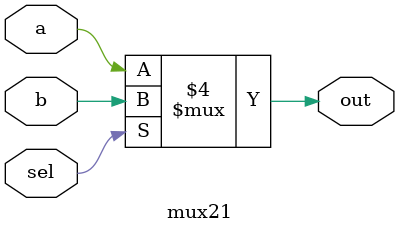
<source format=v>
`timescale 1ns/100ps

module mux21 ( 
  out,
  a,
  b,
  sel
);

  input               a;
  input               b;
  input               sel;
  output              out;



  //
  // MUX21 output
  //
  reg                 out;
  always @( sel or a or b )  begin 
    if ( !sel ) begin
      out = a;
    end
    else begin
      out = b;
    end
  end

endmodule




</source>
